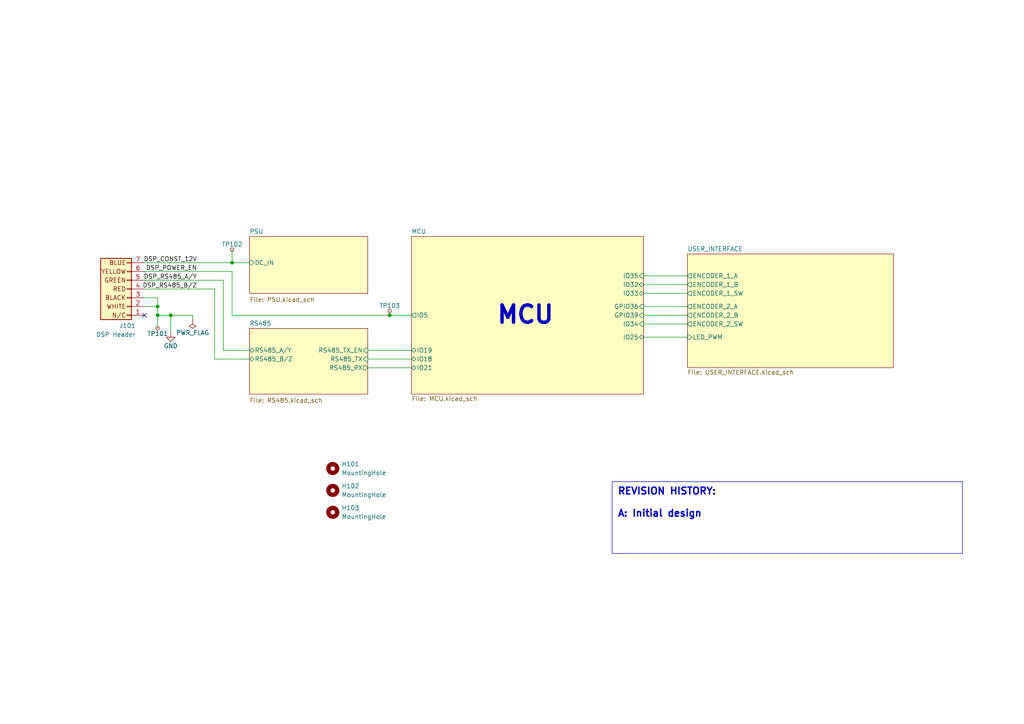
<source format=kicad_sch>
(kicad_sch (version 20231120) (generator "eeschema") (generator_version "8.0")
  (paper "A4")
  (title_block (title "CDRC - Custom DRC for Audison AC Link") (date "03-09-2024") (rev "A") (company "JS HW"))
  (lib_symbols
    (symbol "Connector:TestPoint_Small" (pin_numbers hide) (pin_names (offset 0.762) hide)
      (property "Reference" "TP" (at 0 3.81 0))
      (property "Value" "TestPoint_Small" (at 0 2.032 0))
      (symbol "TestPoint_Small_0_1"
        (circle (center 0 0) (radius 0.508))
      )
      (symbol "TestPoint_Small_1_1"
        (pin passive line (at 0 0 90) (length 0) (name "1") (number "1"))
      )
    )
    (symbol "Connector_Generic:Conn_01x07" (pin_names (offset 1.016) hide)
      (property "Reference" "J101" (at -2.54 -10.668 0))
      (property "Value" "DSP Header" (at -2.54 -13.208 0))
      (symbol "Conn_01x07_1_1"
        (rectangle (start -1.27 -7.493) (end 0 -7.747) (stroke (width 0.1524)))
        (rectangle (start -1.27 -4.953) (end 0 -5.207) (stroke (width 0.1524)))
        (rectangle (start -1.27 -2.413) (end 0 -2.667) (stroke (width 0.1524)))
        (rectangle (start -1.27 0.127) (end 0 -0.127) (stroke (width 0.1524)))
        (rectangle (start -1.27 2.667) (end 0 2.413) (stroke (width 0.1524)))
        (rectangle (start -1.27 5.207) (end 0 4.953) (stroke (width 0.1524)))
        (rectangle (start -1.27 7.747) (end 0 7.493) (stroke (width 0.1524)))
        (rectangle (start -1.27 8.89) (end 7.62 -8.89) (stroke (width 0.254)) (fill (type background)))
        (text "BLACK" (at 0.254 -2.54 0) (effects (font (size 1.27 1.27)) (justify left)))
        (text "BLUE\n" (at 0.254 7.62 0) (effects (font (size 1.27 1.27)) (justify left)))
        (text "GREEN" (at 0.254 2.54 0) (effects (font (size 1.27 1.27)) (justify left)))
        (text "N/C" (at 0.254 -7.62 0) (effects (font (size 1.27 1.27)) (justify left)))
        (text "RED" (at 0.254 0 0) (effects (font (size 1.27 1.27)) (justify left)))
        (text "WHITE" (at 0.254 -5.08 0) (effects (font (size 1.27 1.27)) (justify left)))
        (text "YELLOW" (at 0.254 5.08 0) (effects (font (size 1.27 1.27)) (justify left)))
        (pin passive line (at -5.08 -7.62 0) (length 3.81) (name "Pin_1") (number "1"))
        (pin passive line (at -5.08 -5.08 0) (length 3.81) (name "Pin_2") (number "2"))
        (pin passive line (at -5.08 -2.54 0) (length 3.81) (name "Pin_3") (number "3"))
        (pin passive line (at -5.08 0 0) (length 3.81) (name "Pin_4") (number "4"))
        (pin passive line (at -5.08 2.54 0) (length 3.81) (name "Pin_5") (number "5"))
        (pin passive line (at -5.08 5.08 0) (length 3.81) (name "Pin_6") (number "6"))
        (pin passive line (at -5.08 7.62 0) (length 3.81) (name "Pin_7") (number "7"))
      )
    )
    (symbol "Mechanical:MountingHole" (pin_names (offset 1.016)) (exclude_from_sim yes) (in_bom no)
      (property "Reference" "H" (at 0 5.08 0))
      (property "Value" "MountingHole" (at 0 3.175 0))
      (symbol "MountingHole_0_1"
        (circle (center 0 0) (radius 1.27) (stroke (width 1.27)))
      )
    )
    (symbol "power:GND" (power) (pin_numbers hide) (pin_names (offset 0) hide)
      (property "Value" "GND" (at 0 -3.81 0))
      (symbol "GND_0_1"
        (polyline (pts (xy 0 0) (xy 0 -1.27) (xy 1.27 -1.27) (xy 0 -2.54) (xy -1.27 -1.27) (xy 0 -1.27)))
      )
      (symbol "GND_1_1"
        (pin power_in line (at 0 0 270) (length 0) (name "~") (number "1"))
      )
    )
    (symbol "power:PWR_FLAG" (power) (pin_numbers hide) (pin_names (offset 0) hide)
      (property "Value" "PWR_FLAG" (at 0 3.81 0))
      (symbol "PWR_FLAG_0_0"
        (pin power_out line (at 0 0 90) (length 0) (name "~") (number "1"))
      )
      (symbol "PWR_FLAG_0_1"
        (polyline (pts (xy 0 0) (xy 0 1.27) (xy -1.016 1.905) (xy 0 2.54) (xy 1.016 1.905) (xy 0 1.27)))
      )
    )
  )
  (junction (at 45.72 91.44))
  (junction (at 49.53 91.44))
  (junction (at 113.03 91.44))
  (junction (at 45.72 88.9))
  (junction (at 67.31 76.2))
  (no_connect (at 41.91 91.44))
  (wire (pts (xy 186.69 97.79) (xy 199.39 97.79)))
  (wire (pts (xy 186.69 85.09) (xy 199.39 85.09)))
  (wire (pts (xy 41.91 81.28) (xy 64.77 81.28)))
  (wire (pts (xy 64.77 81.28) (xy 64.77 101.6)))
  (wire (pts (xy 186.69 93.98) (xy 199.39 93.98)))
  (wire (pts (xy 67.31 72.39) (xy 67.31 76.2)))
  (wire (pts (xy 49.53 91.44) (xy 55.88 91.44)))
  (wire (pts (xy 62.23 83.82) (xy 62.23 104.14)))
  (wire (pts (xy 67.31 76.2) (xy 72.39 76.2)))
  (wire (pts (xy 106.68 101.6) (xy 119.38 101.6)))
  (wire (pts (xy 41.91 76.2) (xy 67.31 76.2)))
  (wire (pts (xy 67.31 91.44) (xy 113.03 91.44)))
  (wire (pts (xy 41.91 86.36) (xy 45.72 86.36)))
  (wire (pts (xy 186.69 82.55) (xy 199.39 82.55)))
  (wire (pts (xy 106.68 106.68) (xy 119.38 106.68)))
  (wire (pts (xy 186.69 91.44) (xy 199.39 91.44)))
  (wire (pts (xy 41.91 78.74) (xy 67.31 78.74)))
  (wire (pts (xy 186.69 88.9) (xy 199.39 88.9)))
  (wire (pts (xy 64.77 101.6) (xy 72.39 101.6)))
  (wire (pts (xy 113.03 91.44) (xy 119.38 91.44)))
  (wire (pts (xy 106.68 104.14) (xy 119.38 104.14)))
  (wire (pts (xy 55.88 91.44) (xy 55.88 92.71)))
  (wire (pts (xy 62.23 104.14) (xy 72.39 104.14)))
  (wire (pts (xy 113.03 90.17) (xy 113.03 91.44)))
  (wire (pts (xy 45.72 86.36) (xy 45.72 88.9)))
  (wire (pts (xy 45.72 91.44) (xy 49.53 91.44)))
  (wire (pts (xy 41.91 88.9) (xy 45.72 88.9)))
  (wire (pts (xy 45.72 95.25) (xy 45.72 91.44)))
  (wire (pts (xy 41.91 83.82) (xy 62.23 83.82)))
  (wire (pts (xy 67.31 78.74) (xy 67.31 91.44)))
  (wire (pts (xy 49.53 96.52) (xy 49.53 91.44)))
  (wire (pts (xy 186.69 80.01) (xy 199.39 80.01)))
  (wire (pts (xy 45.72 88.9) (xy 45.72 91.44)))
  (text_box "REVISION HISTORY:\n\nA: Initial design" (at 177.546 139.7 0) (size 101.6 20.828) (effects (font (size 2 2) (thickness 0.4) (bold yes)) (justify left top)))
  (text "MCU" (at 152.4 91.44 0) (effects (font (size 5 5) (thickness 1) (bold yes))))
  (label "DSP_POWER_EN" (at 57.15 78.74 180))
  (label "DSP_RS485_A{slash}Y" (at 57.15 81.28 180))
  (label "DSP_CONST_12V" (at 57.15 76.2 180))
  (label "DSP_RS485_B{slash}Z" (at 57.15 83.82 180))
  (symbol (lib_id "Connector_Generic:Conn_01x07") (at 36.83 83.82 0) (mirror y) (unit 1)
    (property "Reference" "J101" (at 39.37 94.488 0) (effects (justify left)))
    (property "Value" "DSP Header" (at 39.37 97.028 0) (effects (justify left)))
    (property "Footprint" "Connector_PinHeader_2.54mm:PinHeader_1x07_P2.54mm_Horizontal" (effects (hide yes)))
    (property "Description" "Generic connector, single row, 01x07, script generated (kicad-library-utils/schlib/autogen/connector/)" (effects (hide yes)))
    (property "LCSC" "C7501615" (effects (hide yes)))
    (property "Manufacturer" "XUNPU" (effects (hide yes)))
    (property "MPN" "PH2.54-07-06PWD" (effects (hide yes)))
  )
  (symbol (lib_id "Connector:TestPoint_Small") (at 113.03 90.17 0) (unit 1) (in_bom no)
    (property "Reference" "TP103" (at 109.982 88.646 0) (effects (justify left)))
    (property "Value" "TestPoint_Small" (effects (hide yes)))
    (property "Footprint" "TestPoint:TestPoint_Pad_D1.5mm" (effects (hide yes)))
    (property "Description" "test point" (effects (hide yes)))
  )
  (symbol (lib_id "power:PWR_FLAG") (at 55.88 92.71 180) (unit 1)
    (property "Reference" "#FLG0102" (effects (hide yes)))
    (property "Value" "PWR_FLAG" (at 55.88 96.52 0))
    (property "Description" "Special symbol for telling ERC where power comes from" (effects (hide yes)))
  )
  (symbol (lib_id "Mechanical:MountingHole") (at 96.52 135.89 0) (unit 1) (exclude_from_sim yes) (in_bom no)
    (property "Reference" "H101" (at 99.06 134.6199 0) (effects (justify left)))
    (property "Value" "MountingHole" (at 99.06 137.1599 0) (effects (justify left)))
    (property "Footprint" "MountingHole:MountingHole_2.7mm_M2.5" (effects (hide yes)))
    (property "Description" "Mounting Hole without connection" (effects (hide yes)))
  )
  (symbol (lib_id "Connector:TestPoint_Small") (at 45.72 95.25 180) (unit 1)
    (property "Reference" "TP101" (at 48.768 96.774 0) (effects (justify left)))
    (property "Value" "TestPoint_Small" (effects (hide yes)))
    (property "Footprint" "TestPoint:TestPoint_Keystone_5000-5004_Miniature" (effects (hide yes)))
    (property "Description" "test point" (effects (hide yes)))
    (property "Manufacturer" " ronghe" (effects (hide yes)))
    (property "LCSC" "C5199801" (effects (hide yes)))
    (property "MPN" " RH-5001" (effects (hide yes)))
  )
  (symbol (lib_id "Mechanical:MountingHole") (at 96.52 148.59 0) (unit 1) (exclude_from_sim yes) (in_bom no)
    (property "Reference" "H103" (at 99.06 147.3199 0) (effects (justify left)))
    (property "Value" "MountingHole" (at 99.06 149.8599 0) (effects (justify left)))
    (property "Footprint" "MountingHole:MountingHole_2.7mm_M2.5" (effects (hide yes)))
    (property "Description" "Mounting Hole without connection" (effects (hide yes)))
  )
  (symbol (lib_id "power:GND") (at 49.53 96.52 0) (unit 1)
    (property "Reference" "#PWR0102" (effects (hide yes)))
    (property "Value" "GND" (at 49.53 100.33 0))
    (property "Description" "Power symbol creates a global label with name \"GND\" , ground" (effects (hide yes)))
  )
  (symbol (lib_id "Connector:TestPoint_Small") (at 67.31 72.39 0) (unit 1) (in_bom no)
    (property "Reference" "TP102" (at 64.262 70.866 0) (effects (justify left)))
    (property "Value" "TestPoint_Small" (effects (hide yes)))
    (property "Footprint" "TestPoint:TestPoint_Pad_D1.5mm" (effects (hide yes)))
    (property "Description" "test point" (effects (hide yes)))
  )
  (symbol (lib_id "Mechanical:MountingHole") (at 96.52 142.24 0) (unit 1) (exclude_from_sim yes) (in_bom no)
    (property "Reference" "H102" (at 99.06 140.9699 0) (effects (justify left)))
    (property "Value" "MountingHole" (at 99.06 143.5099 0) (effects (justify left)))
    (property "Footprint" "MountingHole:MountingHole_2.7mm_M2.5" (effects (hide yes)))
    (property "Description" "Mounting Hole without connection" (effects (hide yes)))
  )
  (sheet (at 72.39 95.25) (size 34.29 19.05) (stroke (width 0.1524)) (fill (color 255 255 194 1.0000))
    (property "Sheetname" "RS485" (at 72.39 94.5384 0) (effects (justify left bottom)))
    (property "Sheetfile" "RS485.kicad_sch" (at 72.39 115.3926 0) (effects (justify left top)))
    (pin "RS485_A{slash}Y" bidirectional (at 72.39 101.6 180))
    (pin "RS485_B{slash}Z" bidirectional (at 72.39 104.14 180))
    (pin "RS485_TX_EN" input (at 106.68 101.6 0))
    (pin "RS485_RX" output (at 106.68 106.68 0))
    (pin "RS485_TX" input (at 106.68 104.14 0))
  )
  (sheet (at 119.38 68.58) (size 67.31 45.72) (stroke (width 0.1524)) (fill (color 255 255 194 1.0000))
    (property "Sheetname" "MCU" (at 119.38 67.8684 0) (effects (justify left bottom)))
    (property "Sheetfile" "MCU.kicad_sch" (at 119.38 114.8846 0) (effects (justify left top)))
    (pin "IO33" bidirectional (at 186.69 85.09 0))
    (pin "IO32" bidirectional (at 186.69 82.55 0))
    (pin "IO35" input (at 186.69 80.01 0))
    (pin "IO34" input (at 186.69 93.98 0))
    (pin "IO25" bidirectional (at 186.69 97.79 0))
    (pin "GPIO39" input (at 186.69 91.44 0))
    (pin "GPIO36" input (at 186.69 88.9 0))
    (pin "IO19" bidirectional (at 119.38 101.6 180))
    (pin "IO18" bidirectional (at 119.38 104.14 180))
    (pin "IO21" bidirectional (at 119.38 106.68 180))
    (pin "IO5" output (at 119.38 91.44 180))
  )
  (sheet (at 199.39 73.66) (size 59.69 33.02) (stroke (width 0.1524)) (fill (color 255 255 194 1.0000))
    (property "Sheetname" "USER_INTERFACE" (at 199.39 72.9484 0) (effects (justify left bottom)))
    (property "Sheetfile" "USER_INTERFACE.kicad_sch" (at 199.39 107.2646 0) (effects (justify left top)))
    (pin "ENCODER_1_A" output (at 199.39 80.01 180))
    (pin "ENCODER_1_B" output (at 199.39 82.55 180))
    (pin "ENCODER_2_B" output (at 199.39 91.44 180))
    (pin "ENCODER_2_A" output (at 199.39 88.9 180))
    (pin "ENCODER_2_SW" output (at 199.39 93.98 180))
    (pin "ENCODER_1_SW" output (at 199.39 85.09 180))
    (pin "LED_PWM" input (at 199.39 97.79 180))
  )
  (sheet (at 72.39 68.58) (size 34.29 16.51) (stroke (width 0.1524)) (fill (color 255 255 194 1.0000))
    (property "Sheetname" "PSU" (at 72.39 67.8684 0) (effects (justify left bottom)))
    (property "Sheetfile" "PSU.kicad_sch" (at 72.39 86.1826 0) (effects (justify left top)))
    (pin "DC_IN" input (at 72.39 76.2 180))
  )
)
</source>
